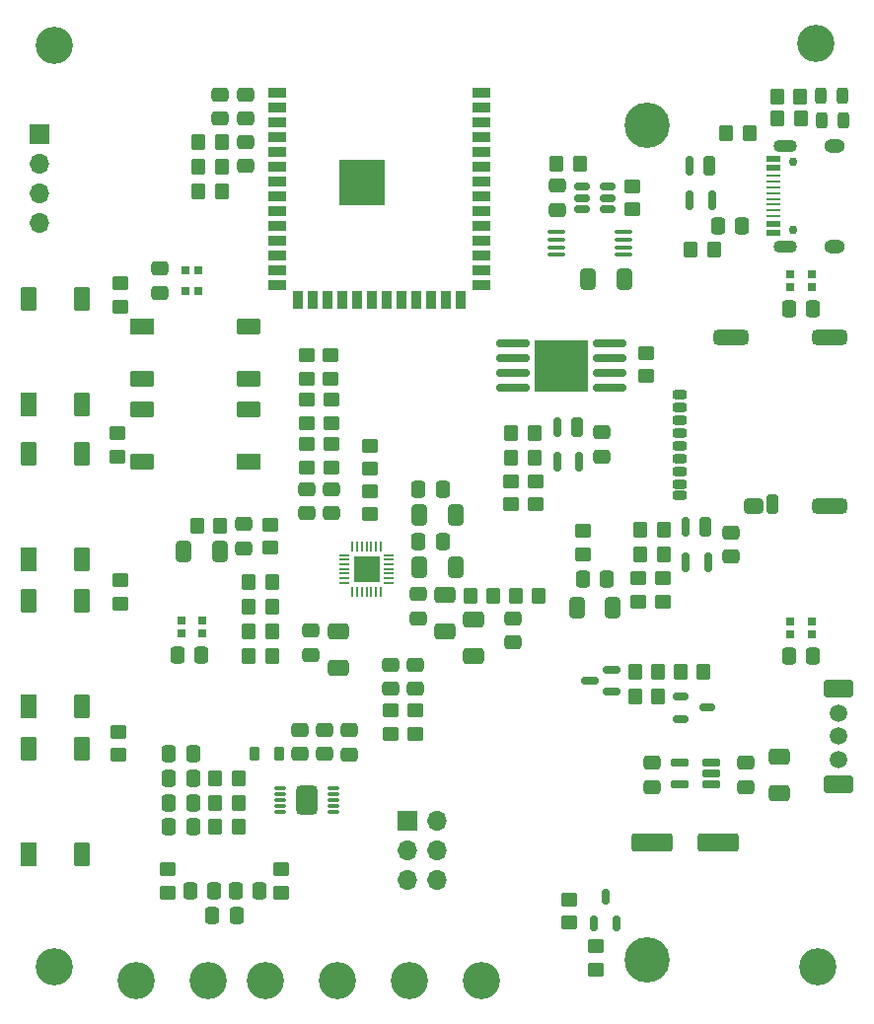
<source format=gts>
G04 #@! TF.GenerationSoftware,KiCad,Pcbnew,8.0.4*
G04 #@! TF.CreationDate,2025-04-22T14:39:33+02:00*
G04 #@! TF.ProjectId,MarvinProjekt,4d617276-696e-4507-926f-6a656b742e6b,rev?*
G04 #@! TF.SameCoordinates,Original*
G04 #@! TF.FileFunction,Soldermask,Top*
G04 #@! TF.FilePolarity,Negative*
%FSLAX46Y46*%
G04 Gerber Fmt 4.6, Leading zero omitted, Abs format (unit mm)*
G04 Created by KiCad (PCBNEW 8.0.4) date 2025-04-22 14:39:33*
%MOMM*%
%LPD*%
G01*
G04 APERTURE LIST*
G04 Aperture macros list*
%AMRoundRect*
0 Rectangle with rounded corners*
0 $1 Rounding radius*
0 $2 $3 $4 $5 $6 $7 $8 $9 X,Y pos of 4 corners*
0 Add a 4 corners polygon primitive as box body*
4,1,4,$2,$3,$4,$5,$6,$7,$8,$9,$2,$3,0*
0 Add four circle primitives for the rounded corners*
1,1,$1+$1,$2,$3*
1,1,$1+$1,$4,$5*
1,1,$1+$1,$6,$7*
1,1,$1+$1,$8,$9*
0 Add four rect primitives between the rounded corners*
20,1,$1+$1,$2,$3,$4,$5,0*
20,1,$1+$1,$4,$5,$6,$7,0*
20,1,$1+$1,$6,$7,$8,$9,0*
20,1,$1+$1,$8,$9,$2,$3,0*%
G04 Aperture macros list end*
%ADD10RoundRect,0.250000X-0.650000X0.412500X-0.650000X-0.412500X0.650000X-0.412500X0.650000X0.412500X0*%
%ADD11RoundRect,0.250000X0.350000X0.450000X-0.350000X0.450000X-0.350000X-0.450000X0.350000X-0.450000X0*%
%ADD12RoundRect,0.250000X-0.350000X-0.450000X0.350000X-0.450000X0.350000X0.450000X-0.350000X0.450000X0*%
%ADD13RoundRect,0.250000X-0.450000X0.350000X-0.450000X-0.350000X0.450000X-0.350000X0.450000X0.350000X0*%
%ADD14RoundRect,0.250000X0.450000X-0.350000X0.450000X0.350000X-0.450000X0.350000X-0.450000X-0.350000X0*%
%ADD15RoundRect,0.250000X0.475000X-0.337500X0.475000X0.337500X-0.475000X0.337500X-0.475000X-0.337500X0*%
%ADD16RoundRect,0.250000X-0.412500X-0.650000X0.412500X-0.650000X0.412500X0.650000X-0.412500X0.650000X0*%
%ADD17RoundRect,0.100000X-0.637500X-0.100000X0.637500X-0.100000X0.637500X0.100000X-0.637500X0.100000X0*%
%ADD18R,0.700000X0.700000*%
%ADD19RoundRect,0.250000X-0.250000X0.600000X-0.250000X-0.600000X0.250000X-0.600000X0.250000X0.600000X0*%
%ADD20RoundRect,0.150000X-0.150000X0.700000X-0.150000X-0.700000X0.150000X-0.700000X0.150000X0.700000X0*%
%ADD21RoundRect,0.050000X-0.362500X-0.050000X0.362500X-0.050000X0.362500X0.050000X-0.362500X0.050000X0*%
%ADD22RoundRect,0.050000X-0.050000X-0.362500X0.050000X-0.362500X0.050000X0.362500X-0.050000X0.362500X0*%
%ADD23R,2.300000X2.300000*%
%ADD24C,0.750000*%
%ADD25O,2.000000X1.100000*%
%ADD26O,1.800000X1.200000*%
%ADD27R,1.300000X0.500000*%
%ADD28R,1.300000X0.280000*%
%ADD29RoundRect,0.250000X-0.337500X-0.475000X0.337500X-0.475000X0.337500X0.475000X-0.337500X0.475000X0*%
%ADD30R,2.100000X1.400000*%
%ADD31RoundRect,0.250000X-0.800000X-0.450000X0.800000X-0.450000X0.800000X0.450000X-0.800000X0.450000X0*%
%ADD32RoundRect,0.243750X-0.243750X-0.456250X0.243750X-0.456250X0.243750X0.456250X-0.243750X0.456250X0*%
%ADD33R,1.400000X2.100000*%
%ADD34RoundRect,0.250000X0.450000X-0.800000X0.450000X0.800000X-0.450000X0.800000X-0.450000X-0.800000X0*%
%ADD35RoundRect,0.250000X-0.475000X0.337500X-0.475000X-0.337500X0.475000X-0.337500X0.475000X0.337500X0*%
%ADD36RoundRect,0.250000X0.800000X0.450000X-0.800000X0.450000X-0.800000X-0.450000X0.800000X-0.450000X0*%
%ADD37RoundRect,0.200000X-0.400000X0.200000X-0.400000X-0.200000X0.400000X-0.200000X0.400000X0.200000X0*%
%ADD38RoundRect,0.325000X-0.525000X0.325000X-0.525000X-0.325000X0.525000X-0.325000X0.525000X0.325000X0*%
%ADD39RoundRect,0.325000X-1.175000X0.325000X-1.175000X-0.325000X1.175000X-0.325000X1.175000X0.325000X0*%
%ADD40R,1.700000X1.700000*%
%ADD41O,1.700000X1.700000*%
%ADD42C,3.200000*%
%ADD43RoundRect,0.250000X0.412500X0.650000X-0.412500X0.650000X-0.412500X-0.650000X0.412500X-0.650000X0*%
%ADD44RoundRect,0.075000X0.425000X-0.075000X0.425000X0.075000X-0.425000X0.075000X-0.425000X-0.075000X0*%
%ADD45RoundRect,0.475000X0.475000X-0.795000X0.475000X0.795000X-0.475000X0.795000X-0.475000X-0.795000X0*%
%ADD46R,1.500000X0.900000*%
%ADD47R,0.900000X1.500000*%
%ADD48C,0.600000*%
%ADD49R,3.900000X3.900000*%
%ADD50RoundRect,0.150000X-0.512500X-0.150000X0.512500X-0.150000X0.512500X0.150000X-0.512500X0.150000X0*%
%ADD51RoundRect,0.175000X1.250000X0.175000X-1.250000X0.175000X-1.250000X-0.175000X1.250000X-0.175000X0*%
%ADD52R,4.570000X4.450000*%
%ADD53RoundRect,0.150000X0.512500X0.150000X-0.512500X0.150000X-0.512500X-0.150000X0.512500X-0.150000X0*%
%ADD54RoundRect,0.150000X0.150000X-0.512500X0.150000X0.512500X-0.150000X0.512500X-0.150000X-0.512500X0*%
%ADD55RoundRect,0.162500X0.617500X0.162500X-0.617500X0.162500X-0.617500X-0.162500X0.617500X-0.162500X0*%
%ADD56RoundRect,0.250000X0.337500X0.475000X-0.337500X0.475000X-0.337500X-0.475000X0.337500X-0.475000X0*%
%ADD57RoundRect,0.218750X-0.218750X-0.381250X0.218750X-0.381250X0.218750X0.381250X-0.218750X0.381250X0*%
%ADD58RoundRect,0.250000X1.000000X-0.500000X1.000000X0.500000X-1.000000X0.500000X-1.000000X-0.500000X0*%
%ADD59C,1.500000*%
%ADD60RoundRect,0.250000X-1.500000X-0.550000X1.500000X-0.550000X1.500000X0.550000X-1.500000X0.550000X0*%
%ADD61RoundRect,0.150000X0.587500X0.150000X-0.587500X0.150000X-0.587500X-0.150000X0.587500X-0.150000X0*%
%ADD62C,0.100000*%
%ADD63C,3.890000*%
G04 APERTURE END LIST*
D10*
G04 #@! TO.C,C15*
X115100000Y-136875000D03*
X115100000Y-140000000D03*
G04 #@! TD*
G04 #@! TO.C,C9*
X124200000Y-133775000D03*
X124200000Y-136900000D03*
G04 #@! TD*
D11*
G04 #@! TO.C,R24*
X106500000Y-151600000D03*
X104500000Y-151600000D03*
G04 #@! TD*
D12*
G04 #@! TO.C,R41*
X152737500Y-91000000D03*
X154737500Y-91000000D03*
G04 #@! TD*
D13*
G04 #@! TO.C,R46*
X96200000Y-145500000D03*
X96200000Y-147500000D03*
G04 #@! TD*
D14*
G04 #@! TO.C,R16*
X112400000Y-115200000D03*
X112400000Y-113200000D03*
G04 #@! TD*
D11*
G04 #@! TO.C,R7*
X132300000Y-133837500D03*
X130300000Y-133837500D03*
G04 #@! TD*
D14*
G04 #@! TO.C,R21*
X134900000Y-161900000D03*
X134900000Y-159900000D03*
G04 #@! TD*
D15*
G04 #@! TO.C,C40*
X137700000Y-121875000D03*
X137700000Y-119800000D03*
G04 #@! TD*
D13*
G04 #@! TO.C,R29*
X132000000Y-124000000D03*
X132000000Y-126000000D03*
G04 #@! TD*
D16*
G04 #@! TO.C,C14*
X122037500Y-131400000D03*
X125162500Y-131400000D03*
G04 #@! TD*
D17*
G04 #@! TO.C,U6*
X133837500Y-102625000D03*
X133837500Y-103275000D03*
X133837500Y-103925000D03*
X133837500Y-104575000D03*
X139562500Y-104575000D03*
X139562500Y-103925000D03*
X139562500Y-103275000D03*
X139562500Y-102625000D03*
G04 #@! TD*
D18*
G04 #@! TO.C,U12*
X155715000Y-137150000D03*
X155715000Y-136050000D03*
X153885000Y-136050000D03*
X153885000Y-137150000D03*
G04 #@! TD*
D14*
G04 #@! TO.C,R20*
X119600000Y-145700000D03*
X119600000Y-143700000D03*
G04 #@! TD*
D13*
G04 #@! TO.C,R17*
X117800000Y-120937500D03*
X117800000Y-122937500D03*
G04 #@! TD*
D11*
G04 #@! TO.C,R39*
X131900000Y-122000000D03*
X129900000Y-122000000D03*
G04 #@! TD*
D19*
G04 #@! TO.C,D2*
X146600000Y-127937500D03*
D20*
X144900000Y-127937500D03*
X144900000Y-130937500D03*
X146800000Y-130937500D03*
G04 #@! TD*
D21*
G04 #@! TO.C,U2*
X115562500Y-130337500D03*
X115562500Y-130737500D03*
X115562500Y-131137500D03*
X115562500Y-131537500D03*
X115562500Y-131937500D03*
X115562500Y-132337500D03*
X115562500Y-132737500D03*
D22*
X116300000Y-133475000D03*
X116700000Y-133475000D03*
X117100000Y-133475000D03*
X117500000Y-133475000D03*
X117900000Y-133475000D03*
X118300000Y-133475000D03*
X118700000Y-133475000D03*
D21*
X119437500Y-132737500D03*
X119437500Y-132337500D03*
X119437500Y-131937500D03*
X119437500Y-131537500D03*
X119437500Y-131137500D03*
X119437500Y-130737500D03*
X119437500Y-130337500D03*
D22*
X118700000Y-129600000D03*
X118300000Y-129600000D03*
X117900000Y-129600000D03*
X117500000Y-129600000D03*
X117100000Y-129600000D03*
X116700000Y-129600000D03*
X116300000Y-129600000D03*
D23*
X117500000Y-131537500D03*
G04 #@! TD*
D24*
G04 #@! TO.C,X1*
X154090000Y-102410000D03*
X154090000Y-96630000D03*
D25*
X153480000Y-103840000D03*
D26*
X157680000Y-103840000D03*
D25*
X153480000Y-95200000D03*
D26*
X157680000Y-95200000D03*
D27*
X152420000Y-102720000D03*
X152420000Y-101920000D03*
D28*
X152420000Y-100770000D03*
X152420000Y-99770000D03*
X152420000Y-99270000D03*
X152420000Y-98270000D03*
D27*
X152420000Y-97120000D03*
X152420000Y-96320000D03*
D28*
X152420000Y-97770000D03*
X152420000Y-98770000D03*
X152420000Y-100270000D03*
X152420000Y-101270000D03*
G04 #@! TD*
D13*
G04 #@! TO.C,R18*
X117800000Y-124837500D03*
X117800000Y-126837500D03*
G04 #@! TD*
D12*
G04 #@! TO.C,R3*
X103100000Y-94900000D03*
X105100000Y-94900000D03*
G04 #@! TD*
D14*
G04 #@! TO.C,R42*
X141500000Y-115000000D03*
X141500000Y-113000000D03*
G04 #@! TD*
D16*
G04 #@! TO.C,C13*
X122000000Y-126900000D03*
X125125000Y-126900000D03*
G04 #@! TD*
D12*
G04 #@! TO.C,R38*
X152800000Y-92900000D03*
X154800000Y-92900000D03*
G04 #@! TD*
D29*
G04 #@! TO.C,C42*
X101262500Y-138900000D03*
X103337500Y-138900000D03*
G04 #@! TD*
D30*
G04 #@! TO.C,SW2*
X98250000Y-110729456D03*
D31*
X98250000Y-115229456D03*
X107350000Y-115229456D03*
X107350000Y-110729456D03*
G04 #@! TD*
D14*
G04 #@! TO.C,R25*
X100400000Y-159300000D03*
X100400000Y-157300000D03*
G04 #@! TD*
D11*
G04 #@! TO.C,R12*
X109400000Y-132637500D03*
X107400000Y-132637500D03*
G04 #@! TD*
D32*
G04 #@! TO.C,D5*
X156500000Y-90900000D03*
X158375000Y-90900000D03*
G04 #@! TD*
D10*
G04 #@! TO.C,C21*
X152950000Y-147637500D03*
X152950000Y-150762500D03*
G04 #@! TD*
D16*
G04 #@! TO.C,C34*
X135537500Y-134900000D03*
X138662500Y-134900000D03*
G04 #@! TD*
D14*
G04 #@! TO.C,R35*
X140300000Y-100700000D03*
X140300000Y-98700000D03*
G04 #@! TD*
D33*
G04 #@! TO.C,SW6*
X88529456Y-156050000D03*
D34*
X93029456Y-156050000D03*
X93029456Y-146950000D03*
X88529456Y-146950000D03*
G04 #@! TD*
D11*
G04 #@! TO.C,R2*
X147300000Y-104100000D03*
X145300000Y-104100000D03*
G04 #@! TD*
G04 #@! TO.C,R1*
X150400000Y-94100000D03*
X148400000Y-94100000D03*
G04 #@! TD*
D13*
G04 #@! TO.C,R51*
X114400000Y-113200000D03*
X114400000Y-115200000D03*
G04 #@! TD*
D33*
G04 #@! TO.C,SW3*
X88529456Y-130750000D03*
D34*
X93029456Y-130750000D03*
X93029456Y-121650000D03*
X88529456Y-121650000D03*
G04 #@! TD*
D35*
G04 #@! TO.C,C37*
X150050000Y-148162500D03*
X150050000Y-150237500D03*
G04 #@! TD*
D13*
G04 #@! TO.C,R10*
X112400000Y-117037500D03*
X112400000Y-119037500D03*
G04 #@! TD*
D30*
G04 #@! TO.C,SW1*
X107350000Y-122370544D03*
D36*
X107350000Y-117870544D03*
X98250000Y-117870544D03*
X98250000Y-122370544D03*
G04 #@! TD*
D13*
G04 #@! TO.C,R31*
X140850000Y-132337500D03*
X140850000Y-134337500D03*
G04 #@! TD*
D15*
G04 #@! TO.C,C23*
X116000000Y-147437500D03*
X116000000Y-145362500D03*
G04 #@! TD*
D37*
G04 #@! TO.C,U4*
X144400000Y-116545000D03*
X144400000Y-117645000D03*
X144400000Y-118745000D03*
X144400000Y-119845000D03*
X144400000Y-120945000D03*
X144400000Y-122045000D03*
X144400000Y-123145000D03*
X144400000Y-124245000D03*
X144400000Y-125245000D03*
D38*
X150700000Y-126165000D03*
D19*
X152300000Y-125965000D03*
D39*
X157250000Y-126165000D03*
X157250000Y-111635000D03*
X148750000Y-111635000D03*
G04 #@! TD*
D15*
G04 #@! TO.C,C19*
X121700000Y-141837500D03*
X121700000Y-139762500D03*
G04 #@! TD*
D40*
G04 #@! TO.C,J2*
X89400000Y-94260000D03*
D41*
X89400000Y-96800000D03*
X89400000Y-99340000D03*
X89400000Y-101880000D03*
G04 #@! TD*
D42*
G04 #@! TO.C,LS1*
X97725000Y-166900000D03*
X103925000Y-166900000D03*
G04 #@! TD*
D11*
G04 #@! TO.C,R5*
X104937500Y-127837500D03*
X102937500Y-127837500D03*
G04 #@! TD*
D13*
G04 #@! TO.C,R30*
X136100000Y-128300000D03*
X136100000Y-130300000D03*
G04 #@! TD*
D42*
G04 #@! TO.C,REF\u002A\u002A*
X90700000Y-86600000D03*
G04 #@! TD*
D29*
G04 #@! TO.C,C31*
X106262500Y-159200000D03*
X108337500Y-159200000D03*
G04 #@! TD*
G04 #@! TO.C,C17*
X121962500Y-129200000D03*
X124037500Y-129200000D03*
G04 #@! TD*
D35*
G04 #@! TO.C,C7*
X121900000Y-133700000D03*
X121900000Y-135775000D03*
G04 #@! TD*
D15*
G04 #@! TO.C,C24*
X113900000Y-147400000D03*
X113900000Y-145325000D03*
G04 #@! TD*
D43*
G04 #@! TO.C,C36*
X139662500Y-106700000D03*
X136537500Y-106700000D03*
G04 #@! TD*
D33*
G04 #@! TO.C,SW4*
X88529456Y-117450000D03*
D34*
X93029456Y-117450000D03*
X93029456Y-108350000D03*
X88529456Y-108350000D03*
G04 #@! TD*
D11*
G04 #@! TO.C,R48*
X142537500Y-142450000D03*
X140537500Y-142450000D03*
G04 #@! TD*
D12*
G04 #@! TO.C,R33*
X103100000Y-99100000D03*
X105100000Y-99100000D03*
G04 #@! TD*
D14*
G04 #@! TO.C,R8*
X112400000Y-122837500D03*
X112400000Y-120837500D03*
G04 #@! TD*
D13*
G04 #@! TO.C,R11*
X114500000Y-117037500D03*
X114500000Y-119037500D03*
G04 #@! TD*
D44*
G04 #@! TO.C,U3*
X110100000Y-150400000D03*
X110100000Y-150900000D03*
X110100000Y-151400000D03*
X110100000Y-151900000D03*
X110100000Y-152400000D03*
X114700000Y-152400000D03*
X114700000Y-151900000D03*
X114700000Y-151400000D03*
X114700000Y-150900000D03*
X114700000Y-150400000D03*
D45*
X112400000Y-151400000D03*
G04 #@! TD*
D46*
G04 #@! TO.C,U1*
X109850000Y-90680000D03*
X109850000Y-91950000D03*
X109850000Y-93220000D03*
X109850000Y-94490000D03*
X109850000Y-95760000D03*
X109850000Y-97030000D03*
X109850000Y-98300000D03*
X109850000Y-99570000D03*
X109850000Y-100840000D03*
X109850000Y-102110000D03*
X109850000Y-103380000D03*
X109850000Y-104650000D03*
X109850000Y-105920000D03*
X109850000Y-107190000D03*
D47*
X111615000Y-108440000D03*
X112885000Y-108440000D03*
X114155000Y-108440000D03*
X115425000Y-108440000D03*
X116695000Y-108440000D03*
X117965000Y-108440000D03*
X119235000Y-108440000D03*
X120505000Y-108440000D03*
X121775000Y-108440000D03*
X123045000Y-108440000D03*
X124315000Y-108440000D03*
X125585000Y-108440000D03*
D46*
X127350000Y-107190000D03*
X127350000Y-105920000D03*
X127350000Y-104650000D03*
X127350000Y-103380000D03*
X127350000Y-102110000D03*
X127350000Y-100840000D03*
X127350000Y-99570000D03*
X127350000Y-98300000D03*
X127350000Y-97030000D03*
X127350000Y-95760000D03*
X127350000Y-94490000D03*
X127350000Y-93220000D03*
X127350000Y-91950000D03*
X127350000Y-90680000D03*
D48*
X115700000Y-97700000D03*
X115700000Y-99100000D03*
X116400000Y-97000000D03*
X116400000Y-98400000D03*
X116400000Y-99800000D03*
X117100000Y-97700000D03*
D49*
X117100000Y-98400000D03*
D48*
X117100000Y-99100000D03*
X117800000Y-97000000D03*
X117800000Y-98400000D03*
X117800000Y-99800000D03*
X118500000Y-97700000D03*
X118500000Y-99100000D03*
G04 #@! TD*
D15*
G04 #@! TO.C,C2*
X104900000Y-92900000D03*
X104900000Y-90825000D03*
G04 #@! TD*
D35*
G04 #@! TO.C,C35*
X133900000Y-98662500D03*
X133900000Y-100737500D03*
G04 #@! TD*
D11*
G04 #@! TO.C,R15*
X109400000Y-136900000D03*
X107400000Y-136900000D03*
G04 #@! TD*
D16*
G04 #@! TO.C,C6*
X101775000Y-130037500D03*
X104900000Y-130037500D03*
G04 #@! TD*
D29*
G04 #@! TO.C,C29*
X100562500Y-151600000D03*
X102637500Y-151600000D03*
G04 #@! TD*
D18*
G04 #@! TO.C,U13*
X153885000Y-106250000D03*
X153885000Y-107350000D03*
X155715000Y-107350000D03*
X155715000Y-106250000D03*
G04 #@! TD*
D42*
G04 #@! TO.C,REF\u002A\u002A*
X156200000Y-165700000D03*
G04 #@! TD*
D35*
G04 #@! TO.C,C4*
X107100000Y-94862500D03*
X107100000Y-96937500D03*
G04 #@! TD*
D19*
G04 #@! TO.C,D1*
X146950000Y-96900000D03*
D20*
X145250000Y-96900000D03*
X145250000Y-99900000D03*
X147150000Y-99900000D03*
G04 #@! TD*
D13*
G04 #@! TO.C,R4*
X109237500Y-127737500D03*
X109237500Y-129737500D03*
G04 #@! TD*
D18*
G04 #@! TO.C,U11*
X103415000Y-137050000D03*
X103415000Y-135950000D03*
X101585000Y-135950000D03*
X101585000Y-137050000D03*
G04 #@! TD*
D50*
G04 #@! TO.C,Q2*
X144500000Y-142500000D03*
X144500000Y-144400000D03*
X146775000Y-143450000D03*
G04 #@! TD*
D19*
G04 #@! TO.C,D3*
X135550000Y-119337500D03*
D20*
X133850000Y-119337500D03*
X133850000Y-122337500D03*
X135750000Y-122337500D03*
G04 #@! TD*
D29*
G04 #@! TO.C,C32*
X104262500Y-161300000D03*
X106337500Y-161300000D03*
G04 #@! TD*
D14*
G04 #@! TO.C,R9*
X114500000Y-122837500D03*
X114500000Y-120837500D03*
G04 #@! TD*
D51*
G04 #@! TO.C,U7*
X138360000Y-116005000D03*
X138360000Y-114735000D03*
X138360000Y-113465000D03*
X138360000Y-112195000D03*
X130060000Y-112195000D03*
X130060000Y-113465000D03*
X130060000Y-114735000D03*
X130060000Y-116005000D03*
D52*
X134210000Y-114100000D03*
G04 #@! TD*
D53*
G04 #@! TO.C,U5*
X138237500Y-100650000D03*
X138237500Y-99700000D03*
X138237500Y-98750000D03*
X135962500Y-98750000D03*
X135962500Y-99700000D03*
X135962500Y-100650000D03*
G04 #@! TD*
D29*
G04 #@! TO.C,C28*
X100562500Y-153700000D03*
X102637500Y-153700000D03*
G04 #@! TD*
D35*
G04 #@! TO.C,C41*
X99800000Y-105762500D03*
X99800000Y-107837500D03*
G04 #@! TD*
D13*
G04 #@! TO.C,R32*
X142950000Y-132337500D03*
X142950000Y-134337500D03*
G04 #@! TD*
D14*
G04 #@! TO.C,R19*
X121700000Y-145700000D03*
X121700000Y-143700000D03*
G04 #@! TD*
D42*
G04 #@! TO.C,U10*
X108800000Y-166900000D03*
X127400000Y-166900000D03*
X115000000Y-166900000D03*
X121200000Y-166900000D03*
G04 #@! TD*
D54*
G04 #@! TO.C,Q1*
X137050000Y-161937500D03*
X138950000Y-161937500D03*
X138000000Y-159662500D03*
G04 #@! TD*
D29*
G04 #@! TO.C,C43*
X153762500Y-139000000D03*
X155837500Y-139000000D03*
G04 #@! TD*
D55*
G04 #@! TO.C,U8*
X147100000Y-150050000D03*
X147100000Y-149100000D03*
X147100000Y-148150000D03*
X144400000Y-148150000D03*
X144400000Y-150050000D03*
G04 #@! TD*
D13*
G04 #@! TO.C,R43*
X96100000Y-119900000D03*
X96100000Y-121900000D03*
G04 #@! TD*
D56*
G04 #@! TO.C,C26*
X102637500Y-149500000D03*
X100562500Y-149500000D03*
G04 #@! TD*
D13*
G04 #@! TO.C,R44*
X96400000Y-132500000D03*
X96400000Y-134500000D03*
G04 #@! TD*
D14*
G04 #@! TO.C,R26*
X110200000Y-159300000D03*
X110200000Y-157300000D03*
G04 #@! TD*
D56*
G04 #@! TO.C,C44*
X155837500Y-109200000D03*
X153762500Y-109200000D03*
G04 #@! TD*
D42*
G04 #@! TO.C,REF\u002A\u002A*
X90700000Y-165700000D03*
G04 #@! TD*
D40*
G04 #@! TO.C,J1*
X121000000Y-153160000D03*
D41*
X123540000Y-153160000D03*
X121000000Y-155700000D03*
X123540000Y-155700000D03*
X121000000Y-158240000D03*
X123540000Y-158240000D03*
G04 #@! TD*
D15*
G04 #@! TO.C,C25*
X111800000Y-147400000D03*
X111800000Y-145325000D03*
G04 #@! TD*
D35*
G04 #@! TO.C,C12*
X112400000Y-124700000D03*
X112400000Y-126775000D03*
G04 #@! TD*
D12*
G04 #@! TO.C,R27*
X103100000Y-97000000D03*
X105100000Y-97000000D03*
G04 #@! TD*
D11*
G04 #@! TO.C,R13*
X109400000Y-134787500D03*
X107400000Y-134787500D03*
G04 #@! TD*
D12*
G04 #@! TO.C,R50*
X140537500Y-140350000D03*
X142537500Y-140350000D03*
G04 #@! TD*
D13*
G04 #@! TO.C,R45*
X96400000Y-107000000D03*
X96400000Y-109000000D03*
G04 #@! TD*
D11*
G04 #@! TO.C,R34*
X135800000Y-96800000D03*
X133800000Y-96800000D03*
G04 #@! TD*
G04 #@! TO.C,R6*
X128400000Y-133837500D03*
X126400000Y-133837500D03*
G04 #@! TD*
D15*
G04 #@! TO.C,C20*
X119600000Y-141837500D03*
X119600000Y-139762500D03*
G04 #@! TD*
D12*
G04 #@! TO.C,R49*
X144437500Y-140350000D03*
X146437500Y-140350000D03*
G04 #@! TD*
D35*
G04 #@! TO.C,C11*
X114500000Y-124700000D03*
X114500000Y-126775000D03*
G04 #@! TD*
G04 #@! TO.C,C5*
X106937500Y-127700000D03*
X106937500Y-129775000D03*
G04 #@! TD*
D11*
G04 #@! TO.C,R14*
X109400000Y-139000000D03*
X107400000Y-139000000D03*
G04 #@! TD*
D13*
G04 #@! TO.C,R47*
X137200000Y-163900000D03*
X137200000Y-165900000D03*
G04 #@! TD*
D29*
G04 #@! TO.C,C16*
X121962500Y-124700000D03*
X124037500Y-124700000D03*
G04 #@! TD*
D57*
G04 #@! TO.C,FB1*
X107875000Y-147400000D03*
X110000000Y-147400000D03*
G04 #@! TD*
D11*
G04 #@! TO.C,R40*
X131900000Y-119900000D03*
X129900000Y-119900000D03*
G04 #@! TD*
D42*
G04 #@! TO.C,REF\u002A\u002A*
X156100000Y-86400000D03*
G04 #@! TD*
D58*
G04 #@! TO.C,SW7*
X158000000Y-150000000D03*
X158000000Y-141800000D03*
D59*
X158000000Y-147900000D03*
X158000000Y-145900000D03*
X158000000Y-143900000D03*
G04 #@! TD*
D56*
G04 #@! TO.C,C1*
X149737500Y-102100000D03*
X147662500Y-102100000D03*
G04 #@! TD*
D60*
G04 #@! TO.C,C39*
X142050000Y-155037500D03*
X147650000Y-155037500D03*
G04 #@! TD*
D11*
G04 #@! TO.C,R37*
X143000000Y-128200000D03*
X141000000Y-128200000D03*
G04 #@! TD*
D15*
G04 #@! TO.C,C3*
X107100000Y-92900000D03*
X107100000Y-90825000D03*
G04 #@! TD*
D10*
G04 #@! TO.C,C10*
X126700000Y-135875000D03*
X126700000Y-139000000D03*
G04 #@! TD*
D11*
G04 #@! TO.C,R36*
X143000000Y-130300000D03*
X141000000Y-130300000D03*
G04 #@! TD*
D35*
G04 #@! TO.C,C8*
X130100000Y-135762500D03*
X130100000Y-137837500D03*
G04 #@! TD*
D15*
G04 #@! TO.C,C22*
X148750000Y-130475000D03*
X148750000Y-128400000D03*
G04 #@! TD*
D13*
G04 #@! TO.C,R28*
X129900000Y-124000000D03*
X129900000Y-126000000D03*
G04 #@! TD*
D61*
G04 #@! TO.C,Q3*
X138512500Y-142100000D03*
X138512500Y-140200000D03*
X136637500Y-141150000D03*
G04 #@! TD*
D29*
G04 #@! TO.C,C30*
X102362500Y-159200000D03*
X104437500Y-159200000D03*
G04 #@! TD*
D18*
G04 #@! TO.C,U9*
X101950000Y-107715000D03*
X103050000Y-107715000D03*
X103050000Y-105885000D03*
X101950000Y-105885000D03*
G04 #@! TD*
D12*
G04 #@! TO.C,R23*
X104500000Y-153700000D03*
X106500000Y-153700000D03*
G04 #@! TD*
G04 #@! TO.C,R22*
X104500000Y-149500000D03*
X106500000Y-149500000D03*
G04 #@! TD*
D35*
G04 #@! TO.C,C18*
X112700000Y-136837500D03*
X112700000Y-138912500D03*
G04 #@! TD*
D29*
G04 #@! TO.C,C33*
X136062500Y-132400000D03*
X138137500Y-132400000D03*
G04 #@! TD*
D33*
G04 #@! TO.C,SW5*
X88529456Y-143350000D03*
D34*
X93029456Y-143350000D03*
X93029456Y-134250000D03*
X88529456Y-134250000D03*
G04 #@! TD*
D29*
G04 #@! TO.C,C27*
X100562500Y-147400000D03*
X102637500Y-147400000D03*
G04 #@! TD*
D15*
G04 #@! TO.C,C38*
X142050000Y-150237500D03*
X142050000Y-148162500D03*
G04 #@! TD*
D32*
G04 #@! TO.C,D4*
X156562500Y-93000000D03*
X158437500Y-93000000D03*
G04 #@! TD*
D62*
G04 #@! TO.C,BT1*
X133600000Y-151900000D03*
X149600000Y-106700000D03*
X133600000Y-93500000D03*
D63*
X141600000Y-93500000D03*
X141600000Y-165100000D03*
G04 #@! TD*
M02*

</source>
